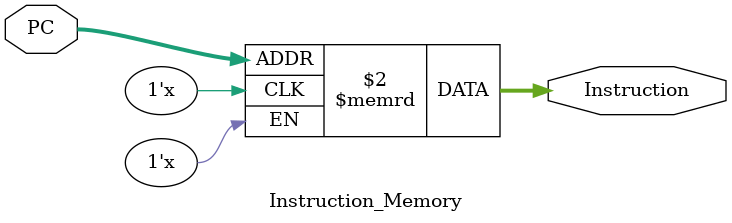
<source format=v>
module Instruction_Memory(
  input [3:0] PC,
  output reg [15:0] Instruction);

  reg [15:0] Data[15:0];

  always @(PC) begin
    Instruction[15:0] = Data[PC];
  end
endmodule
</source>
